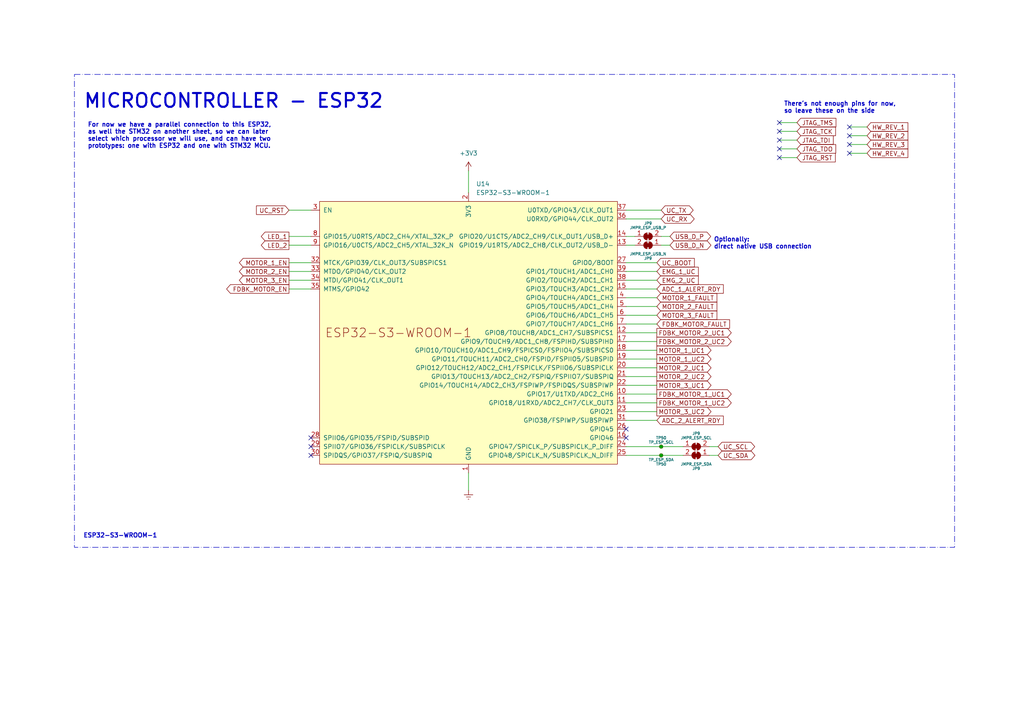
<source format=kicad_sch>
(kicad_sch (version 20230121) (generator eeschema)
  (paper "A4")
  (lib_symbols
    (symbol "Connector:TestPoint_Small" (pin_numbers hide) (pin_names (offset 0.762) hide)
      (property "Reference" "TP" (at 0 3.81 0))
      (property "Value" "TestPoint_Small" (at 0 2.032 0))
      (symbol "TestPoint_Small_0_1"
        (circle (center 0 0) (radius 0.508))
      )
      (symbol "TestPoint_Small_1_1"
        (pin passive line (at 0 0 90) (length 0) (name "1") (number "1"))
      )
    )
    (symbol "Espressif:ESP32-S3-WROOM-1" (pin_names (offset 1.016))
      (property "Reference" "U" (at -43.18 43.18 0))
      (property "Value" "ESP32-S3-WROOM-1" (at -43.18 40.64 0))
      (symbol "ESP32-S3-WROOM-1_0_0"
        (text "ESP32-S3-WROOM-1" (at -20.32 0 0) (effects (font (size 2.54 2.54))))
        (pin power_in line (at 0 -40.64 90) (length 2.54) (name "GND") (number "1"))
        (pin bidirectional line (at 45.72 -17.78 180) (length 2.54) (name "GPIO17/U1TXD/ADC2_CH6") (number "10"))
        (pin bidirectional line (at 45.72 -20.32 180) (length 2.54) (name "GPIO18/U1RXD/ADC2_CH7/CLK_OUT3") (number "11"))
        (pin bidirectional line (at 45.72 0 180) (length 2.54) (name "GPIO8/TOUCH8/ADC1_CH7/SUBSPICS1") (number "12"))
        (pin bidirectional line (at 45.72 25.4 180) (length 2.54) (name "GPIO19/U1RTS/ADC2_CH8/CLK_OUT2/USB_D-") (number "13"))
        (pin bidirectional line (at 45.72 27.94 180) (length 2.54) (name "GPIO20/U1CTS/ADC2_CH9/CLK_OUT1/USB_D+") (number "14"))
        (pin bidirectional line (at 45.72 12.7 180) (length 2.54) (name "GPIO3/TOUCH3/ADC1_CH2") (number "15"))
        (pin bidirectional line (at 45.72 -30.48 180) (length 2.54) (name "GPIO46") (number "16"))
        (pin bidirectional line (at 45.72 -2.54 180) (length 2.54) (name "GPIO9/TOUCH9/ADC1_CH8/FSPIHD/SUBSPIHD") (number "17"))
        (pin bidirectional line (at 45.72 -5.08 180) (length 2.54) (name "GPIO10/TOUCH10/ADC1_CH9/FSPICS0/FSPIIO4/SUBSPICS0") (number "18"))
        (pin bidirectional line (at 45.72 -7.62 180) (length 2.54) (name "GPIO11/TOUCH11/ADC2_CH0/FSPID/FSPIIO5/SUBSPID") (number "19"))
        (pin power_in line (at 0 40.64 270) (length 2.54) (name "3V3") (number "2"))
        (pin bidirectional line (at 45.72 -10.16 180) (length 2.54) (name "GPIO12/TOUCH12/ADC2_CH1/FSPICLK/FSPIIO6/SUBSPICLK") (number "20"))
        (pin bidirectional line (at 45.72 -12.7 180) (length 2.54) (name "GPIO13/TOUCH13/ADC2_CH2/FSPIQ/FSPIIO7/SUBSPIQ") (number "21"))
        (pin bidirectional line (at 45.72 -15.24 180) (length 2.54) (name "GPIO14/TOUCH14/ADC2_CH3/FSPIWP/FSPIDQS/SUBSPIWP") (number "22"))
        (pin bidirectional line (at 45.72 -22.86 180) (length 2.54) (name "GPIO21") (number "23"))
        (pin bidirectional line (at 45.72 -33.02 180) (length 2.54) (name "GPIO47/SPICLK_P/SUBSPICLK_P_DIFF") (number "24"))
        (pin bidirectional line (at 45.72 -35.56 180) (length 2.54) (name "GPIO48/SPICLK_N/SUBSPICLK_N_DIFF") (number "25"))
        (pin bidirectional line (at 45.72 -27.94 180) (length 2.54) (name "GPIO45") (number "26"))
        (pin bidirectional line (at 45.72 20.32 180) (length 2.54) (name "GPIO0/BOOT") (number "27"))
        (pin bidirectional line (at -45.72 -30.48 0) (length 2.54) (name "SPIIO6/GPIO35/FSPID/SUBSPID") (number "28"))
        (pin bidirectional line (at -45.72 -33.02 0) (length 2.54) (name "SPIIO7/GPIO36/FSPICLK/SUBSPICLK") (number "29"))
        (pin input line (at -45.72 35.56 0) (length 2.54) (name "EN") (number "3"))
        (pin bidirectional line (at -45.72 -35.56 0) (length 2.54) (name "SPIDQS/GPIO37/FSPIQ/SUBSPIQ") (number "30"))
        (pin bidirectional line (at 45.72 -25.4 180) (length 2.54) (name "GPIO38/FSPIWP/SUBSPIWP") (number "31"))
        (pin bidirectional line (at -45.72 20.32 0) (length 2.54) (name "MTCK/GPIO39/CLK_OUT3/SUBSPICS1") (number "32"))
        (pin bidirectional line (at -45.72 17.78 0) (length 2.54) (name "MTDO/GPIO40/CLK_OUT2") (number "33"))
        (pin bidirectional line (at -45.72 15.24 0) (length 2.54) (name "MTDI/GPIO41/CLK_OUT1") (number "34"))
        (pin bidirectional line (at -45.72 12.7 0) (length 2.54) (name "MTMS/GPIO42") (number "35"))
        (pin bidirectional line (at 45.72 33.02 180) (length 2.54) (name "U0RXD/GPIO44/CLK_OUT2") (number "36"))
        (pin bidirectional line (at 45.72 35.56 180) (length 2.54) (name "U0TXD/GPIO43/CLK_OUT1") (number "37"))
        (pin bidirectional line (at 45.72 15.24 180) (length 2.54) (name "GPIO2/TOUCH2/ADC1_CH1") (number "38"))
        (pin bidirectional line (at 45.72 17.78 180) (length 2.54) (name "GPIO1/TOUCH1/ADC1_CH0") (number "39"))
        (pin bidirectional line (at 45.72 10.16 180) (length 2.54) (name "GPIO4/TOUCH4/ADC1_CH3") (number "4"))
        (pin passive line (at 0 -40.64 90) (length 2.54) hide (name "GND") (number "40"))
        (pin passive line (at 0 -40.64 90) (length 2.54) hide (name "GND") (number "41"))
        (pin bidirectional line (at 45.72 7.62 180) (length 2.54) (name "GPIO5/TOUCH5/ADC1_CH4") (number "5"))
        (pin bidirectional line (at 45.72 5.08 180) (length 2.54) (name "GPIO6/TOUCH6/ADC1_CH5") (number "6"))
        (pin bidirectional line (at 45.72 2.54 180) (length 2.54) (name "GPIO7/TOUCH7/ADC1_CH6") (number "7"))
        (pin bidirectional line (at -45.72 27.94 0) (length 2.54) (name "GPIO15/U0RTS/ADC2_CH4/XTAL_32K_P") (number "8"))
        (pin bidirectional line (at -45.72 25.4 0) (length 2.54) (name "GPIO16/U0CTS/ADC2_CH5/XTAL_32K_N") (number "9"))
      )
      (symbol "ESP32-S3-WROOM-1_0_1"
        (rectangle (start -43.18 38.1) (end 43.18 -38.1) (fill (type background)))
      )
    )
    (symbol "Jumper:SolderJumper_2_Bridged" (pin_names (offset 0) hide)
      (property "Reference" "JP" (at 0 2.032 0))
      (property "Value" "SolderJumper_2_Bridged" (at 0 -2.54 0))
      (symbol "SolderJumper_2_Bridged_0_1"
        (rectangle (start -0.508 0.508) (end 0.508 -0.508) (fill (type outline)))
        (arc (start -0.254 1.016) (mid -1.2656 0) (end -0.254 -1.016))
        (arc (start -0.254 1.016) (mid -1.2656 0) (end -0.254 -1.016) (fill (type outline)))
        (polyline (pts (xy -0.254 1.016) (xy -0.254 -1.016)))
        (polyline (pts (xy 0.254 1.016) (xy 0.254 -1.016)))
        (arc (start 0.254 -1.016) (mid 1.2656 0) (end 0.254 1.016))
        (arc (start 0.254 -1.016) (mid 1.2656 0) (end 0.254 1.016) (fill (type outline)))
      )
      (symbol "SolderJumper_2_Bridged_1_1"
        (pin passive line (at -3.81 0 0) (length 2.54) (name "A") (number "1"))
        (pin passive line (at 3.81 0 180) (length 2.54) (name "B") (number "2"))
      )
    )
    (symbol "power:+3V3" (power) (pin_names (offset 0))
      (property "Value" "+3V3" (at 0 3.556 0))
      (symbol "+3V3_0_1"
        (polyline (pts (xy -0.762 1.27) (xy 0 2.54)))
        (polyline (pts (xy 0 0) (xy 0 2.54)))
        (polyline (pts (xy 0 2.54) (xy 0.762 1.27)))
      )
      (symbol "+3V3_1_1"
        (pin power_in line (at 0 0 90) (length 0) hide (name "+3V3") (number "1"))
      )
    )
    (symbol "power:Earth" (power) (pin_names (offset 0))
      (symbol "Earth_0_1"
        (polyline (pts (xy -0.635 -1.905) (xy 0.635 -1.905)))
        (polyline (pts (xy -0.127 -2.54) (xy 0.127 -2.54)))
        (polyline (pts (xy 0 -1.27) (xy 0 0)))
        (polyline (pts (xy 1.27 -1.27) (xy -1.27 -1.27)))
      )
      (symbol "Earth_1_1"
        (pin power_in line (at 0 0 270) (length 0) hide (name "Earth") (number "1"))
      )
    )
  )
  (junction (at 191.77 129.54))
  (junction (at 191.77 132.08))
  (no_connect (at 226.06 45.72))
  (no_connect (at 181.61 124.46))
  (no_connect (at 226.06 38.1))
  (no_connect (at 246.38 44.45))
  (no_connect (at 226.06 40.64))
  (no_connect (at 246.38 36.83))
  (no_connect (at 181.61 127))
  (no_connect (at 90.17 132.08))
  (no_connect (at 90.17 127))
  (no_connect (at 246.38 41.91))
  (no_connect (at 226.06 43.18))
  (no_connect (at 226.06 35.56))
  (no_connect (at 90.17 129.54))
  (no_connect (at 246.38 39.37))
  (wire (pts (xy 198.12 132.08) (xy 191.77 132.08)))
  (wire (pts (xy 191.77 132.08) (xy 181.61 132.08)))
  (wire (pts (xy 190.5 78.74) (xy 181.61 78.74)))
  (wire (pts (xy 83.82 76.2) (xy 90.17 76.2)))
  (wire (pts (xy 246.38 41.91) (xy 251.46 41.91)))
  (wire (pts (xy 191.77 60.96) (xy 181.61 60.96)))
  (wire (pts (xy 226.06 38.1) (xy 231.14 38.1)))
  (wire (pts (xy 190.5 114.3) (xy 181.61 114.3)))
  (wire (pts (xy 190.5 83.82) (xy 181.61 83.82)))
  (wire (pts (xy 83.82 60.96) (xy 90.17 60.96)))
  (wire (pts (xy 246.38 39.37) (xy 251.46 39.37)))
  (wire (pts (xy 190.5 93.98) (xy 181.61 93.98)))
  (wire (pts (xy 135.89 49.53) (xy 135.89 55.88)))
  (wire (pts (xy 181.61 96.52) (xy 190.5 96.52)))
  (wire (pts (xy 135.89 137.16) (xy 135.89 142.24)))
  (wire (pts (xy 83.82 78.74) (xy 90.17 78.74)))
  (wire (pts (xy 191.77 63.5) (xy 181.61 63.5)))
  (wire (pts (xy 190.5 101.6) (xy 181.61 101.6)))
  (wire (pts (xy 208.28 132.08) (xy 205.74 132.08)))
  (wire (pts (xy 198.12 129.54) (xy 191.77 129.54)))
  (wire (pts (xy 226.06 40.64) (xy 231.14 40.64)))
  (wire (pts (xy 208.28 129.54) (xy 205.74 129.54)))
  (wire (pts (xy 190.5 119.38) (xy 181.61 119.38)))
  (wire (pts (xy 190.5 104.14) (xy 181.61 104.14)))
  (wire (pts (xy 184.15 71.12) (xy 181.61 71.12)))
  (wire (pts (xy 226.06 35.56) (xy 231.14 35.56)))
  (wire (pts (xy 246.38 36.83) (xy 251.46 36.83)))
  (wire (pts (xy 190.5 91.44) (xy 181.61 91.44)))
  (wire (pts (xy 190.5 116.84) (xy 181.61 116.84)))
  (wire (pts (xy 181.61 99.06) (xy 190.5 99.06)))
  (wire (pts (xy 83.82 81.28) (xy 90.17 81.28)))
  (wire (pts (xy 190.5 86.36) (xy 181.61 86.36)))
  (wire (pts (xy 190.5 111.76) (xy 181.61 111.76)))
  (wire (pts (xy 190.5 76.2) (xy 181.61 76.2)))
  (wire (pts (xy 190.5 106.68) (xy 181.61 106.68)))
  (wire (pts (xy 194.31 68.58) (xy 191.77 68.58)))
  (wire (pts (xy 190.5 109.22) (xy 181.61 109.22)))
  (wire (pts (xy 184.15 68.58) (xy 181.61 68.58)))
  (wire (pts (xy 83.82 68.58) (xy 90.17 68.58)))
  (wire (pts (xy 226.06 43.18) (xy 231.14 43.18)))
  (wire (pts (xy 191.77 129.54) (xy 181.61 129.54)))
  (wire (pts (xy 83.82 71.12) (xy 90.17 71.12)))
  (wire (pts (xy 190.5 81.28) (xy 181.61 81.28)))
  (wire (pts (xy 194.31 71.12) (xy 191.77 71.12)))
  (wire (pts (xy 190.5 88.9) (xy 181.61 88.9)))
  (wire (pts (xy 246.38 44.45) (xy 251.46 44.45)))
  (wire (pts (xy 83.82 83.82) (xy 90.17 83.82)))
  (wire (pts (xy 190.5 121.92) (xy 181.61 121.92)))
  (wire (pts (xy 226.06 45.72) (xy 231.14 45.72)))
  (rectangle (start 21.59 21.59) (end 276.86 158.75) (stroke (width 0) (type dash_dot)))
  (text "For now we have a parallel connection to this ESP32,\nas well the STM32 on another sheet, so we can later\nselect which processor we will use, and can have two\nprototypes: one with ESP32 and one with STM32 MCU." (at 25.4 43.18 0) (effects (font (size 1.27 1.27) bold) (justify left bottom)))
  (text "Optionally: \ndirect native USB connection" (at 207.01 72.39 0) (effects (font (size 1.27 1.27) bold) (justify left bottom)))
  (text "MICROCONTROLLER - ESP32" (at 24.13 31.75 0) (effects (font (size 4 4) (thickness 0.6) bold) (justify left bottom)))
  (text "ESP32-S3-WROOM-1" (at 24.13 156.21 0) (effects (font (size 1.27 1.27) bold) (justify left bottom)))
  (text "There's not enough pins for now, \nso leave these on the side" (at 227.33 33.02 0) (effects (font (size 1.27 1.27) bold) (justify left bottom)))
  (global_label "HW_REV_3" (shape input) (at 251.46 41.91 0) (property "Intersheetrefs" "${INTERSHEET_REFS}" (effects hide)))
  (global_label "MOTOR_1_UC1" (shape output) (at 190.5 101.6 0) (property "Intersheetrefs" "${INTERSHEET_REFS}" (effects hide)))
  (global_label "MOTOR_2_UC2" (shape output) (at 190.5 109.22 0) (property "Intersheetrefs" "${INTERSHEET_REFS}" (effects hide)))
  (global_label "MOTOR_2_FAULT" (shape input) (at 190.5 88.9 0) (property "Intersheetrefs" "${INTERSHEET_REFS}" (effects hide)))
  (global_label "MOTOR_3_UC2" (shape output) (at 190.5 119.38 0) (property "Intersheetrefs" "${INTERSHEET_REFS}" (effects hide)))
  (global_label "EMG_1_UC" (shape input) (at 190.5 78.74 0) (property "Intersheetrefs" "${INTERSHEET_REFS}" (effects hide)))
  (global_label "FDBK_MOTOR_FAULT" (shape input) (at 190.5 93.98 0) (property "Intersheetrefs" "${INTERSHEET_REFS}" (effects hide)))
  (global_label "JTAG_TMS" (shape input) (at 231.14 35.56 0) (property "Intersheetrefs" "${INTERSHEET_REFS}" (effects hide)))
  (global_label "UC_RST" (shape input) (at 83.82 60.96 180) (property "Intersheetrefs" "${INTERSHEET_REFS}" (effects hide)))
  (global_label "MOTOR_2_UC1" (shape output) (at 190.5 106.68 0) (property "Intersheetrefs" "${INTERSHEET_REFS}" (effects hide)))
  (global_label "ADC_1_ALERT_RDY" (shape input) (at 190.5 83.82 0) (property "Intersheetrefs" "${INTERSHEET_REFS}" (effects hide)))
  (global_label "HW_REV_1" (shape input) (at 251.46 36.83 0) (property "Intersheetrefs" "${INTERSHEET_REFS}" (effects hide)))
  (global_label "UC_SCL" (shape bidirectional) (at 208.28 129.54 0) (property "Intersheetrefs" "${INTERSHEET_REFS}" (effects hide)))
  (global_label "FDBK_MOTOR_2_UC2" (shape output) (at 190.5 99.06 0) (property "Intersheetrefs" "${INTERSHEET_REFS}" (effects hide)))
  (global_label "JTAG_TDI" (shape input) (at 231.14 40.64 0) (property "Intersheetrefs" "${INTERSHEET_REFS}" (effects hide)))
  (global_label "UC_SDA" (shape bidirectional) (at 208.28 132.08 0) (property "Intersheetrefs" "${INTERSHEET_REFS}" (effects hide)))
  (global_label "MOTOR_1_EN" (shape output) (at 83.82 76.2 180) (property "Intersheetrefs" "${INTERSHEET_REFS}" (effects hide)))
  (global_label "MOTOR_3_UC1" (shape output) (at 190.5 111.76 0) (property "Intersheetrefs" "${INTERSHEET_REFS}" (effects hide)))
  (global_label "FDBK_MOTOR_1_UC2" (shape output) (at 190.5 116.84 0) (property "Intersheetrefs" "${INTERSHEET_REFS}" (effects hide)))
  (global_label "FDBK_MOTOR_2_UC1" (shape output) (at 190.5 96.52 0) (property "Intersheetrefs" "${INTERSHEET_REFS}" (effects hide)))
  (global_label "FDBK_MOTOR_1_UC1" (shape output) (at 190.5 114.3 0) (property "Intersheetrefs" "${INTERSHEET_REFS}" (effects hide)))
  (global_label "UC_RX" (shape bidirectional) (at 191.77 63.5 0) (property "Intersheetrefs" "${INTERSHEET_REFS}" (effects hide)))
  (global_label "MOTOR_2_EN" (shape output) (at 83.82 78.74 180) (property "Intersheetrefs" "${INTERSHEET_REFS}" (effects hide)))
  (global_label "EMG_2_UC" (shape input) (at 190.5 81.28 0) (property "Intersheetrefs" "${INTERSHEET_REFS}" (effects hide)))
  (global_label "JTAG_TDO" (shape input) (at 231.14 43.18 0) (property "Intersheetrefs" "${INTERSHEET_REFS}" (effects hide)))
  (global_label "MOTOR_3_EN" (shape output) (at 83.82 81.28 180) (property "Intersheetrefs" "${INTERSHEET_REFS}" (effects hide)))
  (global_label "LED_2" (shape output) (at 83.82 71.12 180) (property "Intersheetrefs" "${INTERSHEET_REFS}" (effects hide)))
  (global_label "JTAG_RST" (shape input) (at 231.14 45.72 0) (property "Intersheetrefs" "${INTERSHEET_REFS}" (effects hide)))
  (global_label "USB_D_N" (shape bidirectional) (at 194.31 71.12 0) (property "Intersheetrefs" "${INTERSHEET_REFS}" (effects hide)))
  (global_label "HW_REV_2" (shape input) (at 251.46 39.37 0) (property "Intersheetrefs" "${INTERSHEET_REFS}" (effects hide)))
  (global_label "HW_REV_4" (shape input) (at 251.46 44.45 0) (property "Intersheetrefs" "${INTERSHEET_REFS}" (effects hide)))
  (global_label "LED_1" (shape output) (at 83.82 68.58 180) (property "Intersheetrefs" "${INTERSHEET_REFS}" (effects hide)))
  (global_label "UC_BOOT" (shape input) (at 190.5 76.2 0) (property "Intersheetrefs" "${INTERSHEET_REFS}" (effects hide)))
  (global_label "ADC_2_ALERT_RDY" (shape input) (at 190.5 121.92 0) (property "Intersheetrefs" "${INTERSHEET_REFS}" (effects hide)))
  (global_label "MOTOR_1_FAULT" (shape input) (at 190.5 86.36 0) (property "Intersheetrefs" "${INTERSHEET_REFS}" (effects hide)))
  (global_label "JTAG_TCK" (shape input) (at 231.14 38.1 0) (property "Intersheetrefs" "${INTERSHEET_REFS}" (effects hide)))
  (global_label "USB_D_P" (shape bidirectional) (at 194.31 68.58 0) (property "Intersheetrefs" "${INTERSHEET_REFS}" (effects hide)))
  (global_label "FDBK_MOTOR_EN" (shape output) (at 83.82 83.82 180) (property "Intersheetrefs" "${INTERSHEET_REFS}" (effects hide)))
  (global_label "MOTOR_3_FAULT" (shape input) (at 190.5 91.44 0) (property "Intersheetrefs" "${INTERSHEET_REFS}" (effects hide)))
  (global_label "MOTOR_1_UC2" (shape output) (at 190.5 104.14 0) (property "Intersheetrefs" "${INTERSHEET_REFS}" (effects hide)))
  (global_label "UC_TX" (shape bidirectional) (at 191.77 60.96 0) (property "Intersheetrefs" "${INTERSHEET_REFS}" (effects hide)))
  (symbol (lib_id "Connector:TestPoint_Small") (at 191.77 132.08 180) (unit 1)
    (property "Reference" "TP50" (at 191.77 134.62 0) (effects (font (size 0.8 0.8))))
    (property "Value" "TP_ESP_SDA" (at 191.77 133.35 0) (effects (font (size 0.8 0.8))))
    (property "Footprint" "TestPoint:TestPoint_Pad_D1.0mm" (effects hide))
    (instances (project "OpenHand" (path "" (reference "TP50") (unit 1)) (path "" (reference "TP32") (unit 1)) (path "" (reference "TP81") (unit 1))))
  )
  (symbol (lib_id "power:+3V3") (at 135.89 49.53 0) (unit 1)
    (property "Reference" "#PWR040" (effects hide))
    (property "Value" "+3V3" (at 135.89 44.45 0))
    (instances (project "OpenHand" (path "" (reference "#PWR040") (unit 1)) (path "" (reference "#PWR026") (unit 1)) (path "" (reference "#PWR0110") (unit 1))))
  )
  (symbol (lib_id "Jumper:SolderJumper_2_Bridged") (at 201.93 132.08 180) (unit 1)
    (property "Reference" "JP9" (at 201.93 135.89 0) (effects (font (size 0.8 0.8))))
    (property "Value" "JMPR_ESP_SDA" (at 201.93 134.62 0) (effects (font (size 0.8 0.8))))
    (property "Footprint" "Jumper:SolderJumper-2_P1.3mm_Bridged_RoundedPad1.0x1.5mm" (effects hide))
    (instances (project "OpenHand" (path "" (reference "JP9") (unit 1)) (path "" (reference "JP5") (unit 1)) (path "" (reference "JP41") (unit 1))))
  )
  (symbol (lib_id "Jumper:SolderJumper_2_Bridged") (at 187.96 68.58 0) (unit 1)
    (property "Reference" "JP9" (at 187.96 64.77 0) (effects (font (size 0.8 0.8))))
    (property "Value" "JMPR_ESP_USB_P" (at 187.96 66.04 0) (effects (font (size 0.8 0.8))))
    (property "Footprint" "Jumper:SolderJumper-2_P1.3mm_Bridged_RoundedPad1.0x1.5mm" (effects hide))
    (instances (project "OpenHand" (path "" (reference "JP9") (unit 1)) (path "" (reference "JP4") (unit 1)) (path "" (reference "JP38") (unit 1))))
  )
  (symbol (lib_id "power:Earth") (at 135.89 142.24 0) (unit 1)
    (property "Reference" "#PWR037" (effects hide))
    (property "Value" "Earth" (effects hide))
    (instances (project "OpenHand" (path "" (reference "#PWR037") (unit 1)) (path "" (reference "#PWR0111") (unit 1))))
  )
  (symbol (lib_id "Jumper:SolderJumper_2_Bridged") (at 201.93 129.54 0) (unit 1)
    (property "Reference" "JP9" (at 201.93 125.73 0) (effects (font (size 0.8 0.8))))
    (property "Value" "JMPR_ESP_SCL" (at 201.93 127 0) (effects (font (size 0.8 0.8))))
    (property "Footprint" "Jumper:SolderJumper-2_P1.3mm_Bridged_RoundedPad1.0x1.5mm" (effects hide))
    (instances (project "OpenHand" (path "" (reference "JP9") (unit 1)) (path "" (reference "JP4") (unit 1)) (path "" (reference "JP40") (unit 1))))
  )
  (symbol (lib_id "Jumper:SolderJumper_2_Bridged") (at 187.96 71.12 180) (unit 1)
    (property "Reference" "JP9" (at 187.96 74.93 0) (effects (font (size 0.8 0.8))))
    (property "Value" "JMPR_ESP_USB_N" (at 187.96 73.66 0) (effects (font (size 0.8 0.8))))
    (property "Footprint" "Jumper:SolderJumper-2_P1.3mm_Bridged_RoundedPad1.0x1.5mm" (effects hide))
    (instances (project "OpenHand" (path "" (reference "JP9") (unit 1)) (path "" (reference "JP5") (unit 1)) (path "" (reference "JP39") (unit 1))))
  )
  (symbol (lib_id "Espressif:ESP32-S3-WROOM-1") (at 135.89 96.52 0) (unit 1)
    (property "Reference" "U14" (at 138.0841 53.34 0) (effects (justify left)))
    (property "Value" "ESP32-S3-WROOM-1" (at 138.0841 55.88 0) (effects (justify left)))
    (property "Footprint" "Espressif:ESP32-S3-WROOM-1" (effects hide))
    (property "Datasheet" "https://www.espressif.com/sites/default/files/documentation/esp32-s3-wroom-1_wroom-1u_datasheet_en.pdf" (effects hide))
  )
  (symbol (lib_id "Connector:TestPoint_Small") (at 191.77 129.54 0) (unit 1)
    (property "Reference" "TP50" (at 191.77 127 0) (effects (font (size 0.8 0.8))))
    (property "Value" "TP_ESP_SCL" (at 191.77 128.27 0) (effects (font (size 0.8 0.8))))
    (property "Footprint" "TestPoint:TestPoint_Pad_D1.0mm" (effects hide))
    (instances (project "OpenHand" (path "" (reference "TP50") (unit 1)) (path "" (reference "TP32") (unit 1)) (path "" (reference "TP80") (unit 1))))
  )
)
</source>
